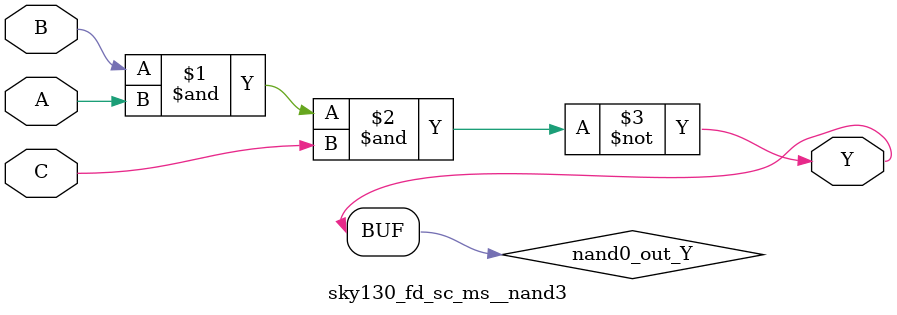
<source format=v>
/*
 * Copyright 2020 The SkyWater PDK Authors
 *
 * Licensed under the Apache License, Version 2.0 (the "License");
 * you may not use this file except in compliance with the License.
 * You may obtain a copy of the License at
 *
 *     https://www.apache.org/licenses/LICENSE-2.0
 *
 * Unless required by applicable law or agreed to in writing, software
 * distributed under the License is distributed on an "AS IS" BASIS,
 * WITHOUT WARRANTIES OR CONDITIONS OF ANY KIND, either express or implied.
 * See the License for the specific language governing permissions and
 * limitations under the License.
 *
 * SPDX-License-Identifier: Apache-2.0
*/


`ifndef SKY130_FD_SC_MS__NAND3_FUNCTIONAL_V
`define SKY130_FD_SC_MS__NAND3_FUNCTIONAL_V

/**
 * nand3: 3-input NAND.
 *
 * Verilog simulation functional model.
 */

`timescale 1ns / 1ps
`default_nettype none

`celldefine
module sky130_fd_sc_ms__nand3 (
    Y,
    A,
    B,
    C
);

    // Module ports
    output Y;
    input  A;
    input  B;
    input  C;

    // Local signals
    wire nand0_out_Y;

    //   Name   Output       Other arguments
    nand nand0 (nand0_out_Y, B, A, C        );
    buf  buf0  (Y          , nand0_out_Y    );

endmodule
`endcelldefine

`default_nettype wire
`endif  // SKY130_FD_SC_MS__NAND3_FUNCTIONAL_V

</source>
